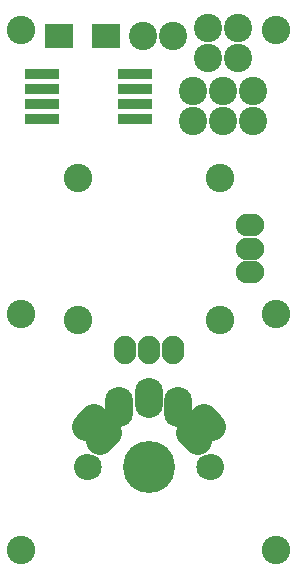
<source format=gbr>
G04 #@! TF.FileFunction,Soldermask,Top*
%FSLAX46Y46*%
G04 Gerber Fmt 4.6, Leading zero omitted, Abs format (unit mm)*
G04 Created by KiCad (PCBNEW 4.0.1-stable) date 2018/04/09 0:13:58*
%MOMM*%
G01*
G04 APERTURE LIST*
%ADD10C,0.100000*%
%ADD11C,2.410000*%
%ADD12C,2.400000*%
%ADD13R,2.400000X2.100000*%
%ADD14C,2.400000*%
%ADD15O,2.400000X3.400000*%
%ADD16C,2.210000*%
%ADD17C,2.160000*%
%ADD18C,4.410000*%
%ADD19O,1.900000X2.400000*%
%ADD20O,2.400000X1.900000*%
%ADD21R,2.900000X0.900000*%
G04 APERTURE END LIST*
D10*
D11*
X159300000Y-92000000D03*
X159300000Y-116000000D03*
X137700000Y-116000000D03*
X137700000Y-92000000D03*
X137700000Y-136000000D03*
D12*
X148030000Y-92500000D03*
X150570000Y-92500000D03*
X157340000Y-99670000D03*
X157340000Y-97130000D03*
X152260000Y-99670000D03*
X152260000Y-97130000D03*
X154800000Y-99670000D03*
X154800000Y-97130000D03*
X153520000Y-91800000D03*
X156060000Y-91800000D03*
X153520000Y-94340000D03*
X156060000Y-94340000D03*
D13*
X140900000Y-92500000D03*
X144900000Y-92500000D03*
D14*
X153146447Y-124846447D02*
X153853553Y-125553553D01*
X143146447Y-125553553D02*
X143853553Y-124846447D01*
D15*
X148500000Y-123100000D03*
D16*
X143280000Y-129000000D03*
X153720000Y-129000000D03*
D14*
X151956447Y-126106447D02*
X152663553Y-126813553D01*
D15*
X145960000Y-123920000D03*
X150980000Y-123920000D03*
D14*
X144336447Y-126813553D02*
X145043553Y-126106447D01*
D17*
X143420000Y-129000000D03*
D18*
X148500000Y-129000000D03*
D17*
X153580000Y-129000000D03*
D11*
X142500000Y-104500000D03*
X154500000Y-116500000D03*
X142500000Y-116500000D03*
D19*
X146500000Y-119100000D03*
X150500000Y-119100000D03*
D20*
X157100000Y-108500000D03*
X157100000Y-112500000D03*
D19*
X148500000Y-119100000D03*
D20*
X157100000Y-110500000D03*
D11*
X154500000Y-104500000D03*
D21*
X139450000Y-95690000D03*
X139450000Y-96960000D03*
X139450000Y-98230000D03*
X139450000Y-99500000D03*
X147350000Y-99500000D03*
X147350000Y-98230000D03*
X147350000Y-96960000D03*
X147350000Y-95690000D03*
D11*
X159300000Y-136000000D03*
M02*

</source>
